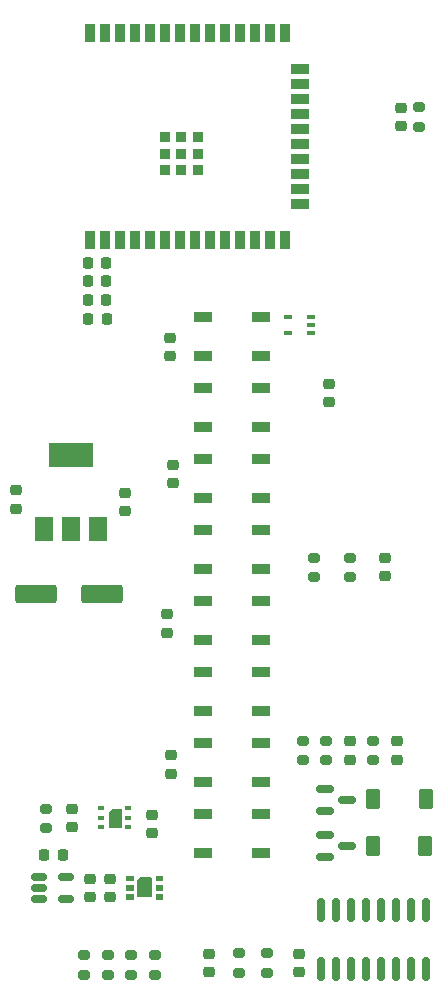
<source format=gbr>
%TF.GenerationSoftware,KiCad,Pcbnew,7.0.1*%
%TF.CreationDate,2023-06-20T23:21:36+02:00*%
%TF.ProjectId,airquality,61697271-7561-46c6-9974-792e6b696361,rev?*%
%TF.SameCoordinates,Original*%
%TF.FileFunction,Paste,Top*%
%TF.FilePolarity,Positive*%
%FSLAX46Y46*%
G04 Gerber Fmt 4.6, Leading zero omitted, Abs format (unit mm)*
G04 Created by KiCad (PCBNEW 7.0.1) date 2023-06-20 23:21:36*
%MOMM*%
%LPD*%
G01*
G04 APERTURE LIST*
G04 Aperture macros list*
%AMRoundRect*
0 Rectangle with rounded corners*
0 $1 Rounding radius*
0 $2 $3 $4 $5 $6 $7 $8 $9 X,Y pos of 4 corners*
0 Add a 4 corners polygon primitive as box body*
4,1,4,$2,$3,$4,$5,$6,$7,$8,$9,$2,$3,0*
0 Add four circle primitives for the rounded corners*
1,1,$1+$1,$2,$3*
1,1,$1+$1,$4,$5*
1,1,$1+$1,$6,$7*
1,1,$1+$1,$8,$9*
0 Add four rect primitives between the rounded corners*
20,1,$1+$1,$2,$3,$4,$5,0*
20,1,$1+$1,$4,$5,$6,$7,0*
20,1,$1+$1,$6,$7,$8,$9,0*
20,1,$1+$1,$8,$9,$2,$3,0*%
%AMOutline5P*
0 Free polygon, 5 corners , with rotation*
0 The origin of the aperture is its center*
0 number of corners: always 5*
0 $1 to $10 corner X, Y*
0 $11 Rotation angle, in degrees counterclockwise*
0 create outline with 5 corners*
4,1,5,$1,$2,$3,$4,$5,$6,$7,$8,$9,$10,$1,$2,$11*%
%AMOutline6P*
0 Free polygon, 6 corners , with rotation*
0 The origin of the aperture is its center*
0 number of corners: always 6*
0 $1 to $12 corner X, Y*
0 $13 Rotation angle, in degrees counterclockwise*
0 create outline with 6 corners*
4,1,6,$1,$2,$3,$4,$5,$6,$7,$8,$9,$10,$11,$12,$1,$2,$13*%
%AMOutline7P*
0 Free polygon, 7 corners , with rotation*
0 The origin of the aperture is its center*
0 number of corners: always 7*
0 $1 to $14 corner X, Y*
0 $15 Rotation angle, in degrees counterclockwise*
0 create outline with 7 corners*
4,1,7,$1,$2,$3,$4,$5,$6,$7,$8,$9,$10,$11,$12,$13,$14,$1,$2,$15*%
%AMOutline8P*
0 Free polygon, 8 corners , with rotation*
0 The origin of the aperture is its center*
0 number of corners: always 8*
0 $1 to $16 corner X, Y*
0 $17 Rotation angle, in degrees counterclockwise*
0 create outline with 8 corners*
4,1,8,$1,$2,$3,$4,$5,$6,$7,$8,$9,$10,$11,$12,$13,$14,$15,$16,$1,$2,$17*%
G04 Aperture macros list end*
%ADD10C,0.010000*%
%ADD11RoundRect,0.225000X0.250000X-0.225000X0.250000X0.225000X-0.250000X0.225000X-0.250000X-0.225000X0*%
%ADD12RoundRect,0.200000X0.275000X-0.200000X0.275000X0.200000X-0.275000X0.200000X-0.275000X-0.200000X0*%
%ADD13RoundRect,0.225000X0.225000X0.250000X-0.225000X0.250000X-0.225000X-0.250000X0.225000X-0.250000X0*%
%ADD14RoundRect,0.200000X-0.275000X0.200000X-0.275000X-0.200000X0.275000X-0.200000X0.275000X0.200000X0*%
%ADD15R,1.500000X0.900000*%
%ADD16RoundRect,0.225000X-0.250000X0.225000X-0.250000X-0.225000X0.250000X-0.225000X0.250000X0.225000X0*%
%ADD17R,0.650000X0.400000*%
%ADD18RoundRect,0.150000X-0.512500X-0.150000X0.512500X-0.150000X0.512500X0.150000X-0.512500X0.150000X0*%
%ADD19RoundRect,0.150000X-0.587500X-0.150000X0.587500X-0.150000X0.587500X0.150000X-0.587500X0.150000X0*%
%ADD20RoundRect,0.225000X-0.225000X-0.250000X0.225000X-0.250000X0.225000X0.250000X-0.225000X0.250000X0*%
%ADD21R,0.550000X0.400000*%
%ADD22RoundRect,0.250000X1.500000X0.550000X-1.500000X0.550000X-1.500000X-0.550000X1.500000X-0.550000X0*%
%ADD23RoundRect,0.010500X0.514500X0.789500X-0.514500X0.789500X-0.514500X-0.789500X0.514500X-0.789500X0*%
%ADD24RoundRect,0.150000X0.150000X-0.825000X0.150000X0.825000X-0.150000X0.825000X-0.150000X-0.825000X0*%
%ADD25R,1.500000X2.000000*%
%ADD26R,3.800000X2.000000*%
%ADD27R,0.900000X1.500000*%
%ADD28R,0.900000X0.900000*%
%ADD29Outline5P,-0.625000X0.537500X-0.312500X0.850000X0.625000X0.850000X0.625000X-0.850000X-0.625000X-0.850000X0.000000*%
G04 APERTURE END LIST*
%TO.C,U4*%
D10*
X10625000Y28550000D02*
X9575000Y28550000D01*
X9575000Y29750000D01*
X9875000Y30050000D01*
X10625000Y30050000D01*
X10625000Y28550000D01*
G36*
X10625000Y28550000D02*
G01*
X9575000Y28550000D01*
X9575000Y29750000D01*
X9875000Y30050000D01*
X10625000Y30050000D01*
X10625000Y28550000D01*
G37*
%TO.C,U5*%
X11625002Y23999998D02*
X11075002Y23999998D01*
X11075002Y24399998D01*
X11625002Y24399998D01*
X11625002Y23999998D01*
G36*
X11625002Y23999998D02*
G01*
X11075002Y23999998D01*
X11075002Y24399998D01*
X11625002Y24399998D01*
X11625002Y23999998D01*
G37*
X11625002Y23199998D02*
X11075002Y23199998D01*
X11075002Y23599998D01*
X11625002Y23599998D01*
X11625002Y23199998D01*
G36*
X11625002Y23199998D02*
G01*
X11075002Y23199998D01*
X11075002Y23599998D01*
X11625002Y23599998D01*
X11625002Y23199998D01*
G37*
X11625002Y22399998D02*
X11075002Y22399998D01*
X11075002Y22799998D01*
X11625002Y22799998D01*
X11625002Y22399998D01*
G36*
X11625002Y22399998D02*
G01*
X11075002Y22399998D01*
X11075002Y22799998D01*
X11625002Y22799998D01*
X11625002Y22399998D01*
G37*
X14125002Y23999998D02*
X13575002Y23999998D01*
X13575002Y24399998D01*
X14125002Y24399998D01*
X14125002Y23999998D01*
G36*
X14125002Y23999998D02*
G01*
X13575002Y23999998D01*
X13575002Y24399998D01*
X14125002Y24399998D01*
X14125002Y23999998D01*
G37*
X14125002Y23199998D02*
X13575002Y23199998D01*
X13575002Y23599998D01*
X14125002Y23599998D01*
X14125002Y23199998D01*
G36*
X14125002Y23199998D02*
G01*
X13575002Y23199998D01*
X13575002Y23599998D01*
X14125002Y23599998D01*
X14125002Y23199998D01*
G37*
X14125002Y22399998D02*
X13575002Y22399998D01*
X13575002Y22799998D01*
X14125002Y22799998D01*
X14125002Y22399998D01*
G36*
X14125002Y22399998D02*
G01*
X13575002Y22399998D01*
X13575002Y22799998D01*
X14125002Y22799998D01*
X14125002Y22399998D01*
G37*
X13124997Y22650003D02*
X12074997Y22650003D01*
X12074997Y23925003D01*
X12324997Y24175003D01*
X13124997Y24175003D01*
X13124997Y22650003D01*
G36*
X13124997Y22650003D02*
G01*
X12074997Y22650003D01*
X12074997Y23925003D01*
X12324997Y24175003D01*
X13124997Y24175003D01*
X13124997Y22650003D01*
G37*
%TD*%
D11*
%TO.C,C9*%
X34000000Y34225000D03*
X34000000Y35775000D03*
%TD*%
D12*
%TO.C,R10*%
X28000000Y34175000D03*
X28000000Y35825000D03*
%TD*%
D13*
%TO.C,C1*%
X9375000Y74700000D03*
X7825000Y74700000D03*
%TD*%
D14*
%TO.C,R9*%
X26000000Y35825000D03*
X26000000Y34175000D03*
%TD*%
D15*
%TO.C,D5*%
X17550000Y53650000D03*
X17550000Y50350000D03*
X22450000Y50350000D03*
X22450000Y53650000D03*
%TD*%
D11*
%TO.C,C10*%
X30000000Y34225000D03*
X30000000Y35775000D03*
%TD*%
D14*
%TO.C,R3*%
X9500000Y17650000D03*
X9500000Y16000000D03*
%TD*%
D15*
%TO.C,D8*%
X17550000Y35650000D03*
X17550000Y32350000D03*
X22450000Y32350000D03*
X22450000Y35650000D03*
%TD*%
D16*
%TO.C,C6*%
X9699997Y24100003D03*
X9699997Y22550003D03*
%TD*%
D17*
%TO.C,U7*%
X26700000Y70350000D03*
X26700000Y71000000D03*
X26700000Y71650000D03*
X24800000Y71650000D03*
X24800000Y70350000D03*
%TD*%
D15*
%TO.C,D6*%
X17550000Y47650000D03*
X17550000Y44350000D03*
X22450000Y44350000D03*
X22450000Y47650000D03*
%TD*%
D11*
%TO.C,C21*%
X14900000Y33025000D03*
X14900000Y34575000D03*
%TD*%
D16*
%TO.C,C22*%
X14500000Y46525000D03*
X14500000Y44975000D03*
%TD*%
%TO.C,C7*%
X34300000Y89400000D03*
X34300000Y87850000D03*
%TD*%
D15*
%TO.C,D7*%
X17550000Y41650000D03*
X17550000Y38350000D03*
X22450000Y38350000D03*
X22450000Y41650000D03*
%TD*%
D16*
%TO.C,C12*%
X33000000Y51275000D03*
X33000000Y49725000D03*
%TD*%
D12*
%TO.C,R1*%
X23000000Y16175000D03*
X23000000Y17825000D03*
%TD*%
D13*
%TO.C,C3*%
X9375000Y73100000D03*
X7825000Y73100000D03*
%TD*%
D16*
%TO.C,C18*%
X7999997Y24100003D03*
X7999997Y22550003D03*
%TD*%
D11*
%TO.C,C11*%
X28200000Y64500000D03*
X28200000Y66050000D03*
%TD*%
D16*
%TO.C,C20*%
X15000000Y59150000D03*
X15000000Y57600000D03*
%TD*%
D18*
%TO.C,U9*%
X3724997Y24300003D03*
X3724997Y23350003D03*
X3724997Y22400003D03*
X5999997Y22400003D03*
X5999997Y24300003D03*
%TD*%
D14*
%TO.C,R6*%
X7500000Y17650000D03*
X7500000Y16000000D03*
%TD*%
D19*
%TO.C,Q2*%
X27925000Y31750000D03*
X27925000Y29850000D03*
X29800000Y30800000D03*
%TD*%
D14*
%TO.C,R5*%
X35900000Y89450000D03*
X35900000Y87800000D03*
%TD*%
D12*
%TO.C,R8*%
X32000000Y34175000D03*
X32000000Y35825000D03*
%TD*%
D14*
%TO.C,R4*%
X13500000Y17650000D03*
X13500000Y16000000D03*
%TD*%
D20*
%TO.C,C15*%
X4124997Y26100003D03*
X5674997Y26100003D03*
%TD*%
D11*
%TO.C,C16*%
X11000000Y55225000D03*
X11000000Y56775000D03*
%TD*%
D15*
%TO.C,D3*%
X17550000Y65650000D03*
X17550000Y62350000D03*
X22450000Y62350000D03*
X22450000Y65650000D03*
%TD*%
D16*
%TO.C,C17*%
X1750000Y57025000D03*
X1750000Y55475000D03*
%TD*%
D21*
%TO.C,U4*%
X8950000Y30100000D03*
X8950000Y29300000D03*
X8950000Y28500000D03*
X11250000Y28500000D03*
X11250000Y29300000D03*
X11250000Y30100000D03*
%TD*%
D19*
%TO.C,Q1*%
X27925000Y27850000D03*
X27925000Y25950000D03*
X29800000Y26900000D03*
%TD*%
D11*
%TO.C,C14*%
X18100000Y16225000D03*
X18100000Y17775000D03*
%TD*%
D12*
%TO.C,R2*%
X20600000Y16175000D03*
X20600000Y17825000D03*
%TD*%
D15*
%TO.C,D2*%
X17550000Y71650000D03*
X17550000Y68350000D03*
X22450000Y68350000D03*
X22450000Y71650000D03*
%TD*%
D12*
%TO.C,R13*%
X4250000Y28425000D03*
X4250000Y30075000D03*
%TD*%
D22*
%TO.C,C13*%
X9050000Y48250000D03*
X3450000Y48250000D03*
%TD*%
D23*
%TO.C,RESET1*%
X36425000Y30900000D03*
X31975000Y30900000D03*
%TD*%
D13*
%TO.C,C2*%
X9355000Y76300000D03*
X7805000Y76300000D03*
%TD*%
D16*
%TO.C,C19*%
X14800000Y69950000D03*
X14800000Y68400000D03*
%TD*%
D24*
%TO.C,U2*%
X27555000Y16525000D03*
X28825000Y16525000D03*
X30095000Y16525000D03*
X31365000Y16525000D03*
X32635000Y16525000D03*
X33905000Y16525000D03*
X35175000Y16525000D03*
X36445000Y16525000D03*
X36445000Y21475000D03*
X35175000Y21475000D03*
X33905000Y21475000D03*
X32635000Y21475000D03*
X31365000Y21475000D03*
X30095000Y21475000D03*
X28825000Y21475000D03*
X27555000Y21475000D03*
%TD*%
D14*
%TO.C,R12*%
X30000000Y51325000D03*
X30000000Y49675000D03*
%TD*%
%TO.C,R7*%
X11500000Y17650000D03*
X11500000Y16000000D03*
%TD*%
D16*
%TO.C,C8*%
X6500000Y30025000D03*
X6500000Y28475000D03*
%TD*%
D15*
%TO.C,D4*%
X17550000Y59650000D03*
X17550000Y56350000D03*
X22450000Y56350000D03*
X22450000Y59650000D03*
%TD*%
D25*
%TO.C,U8*%
X4100000Y53700000D03*
X6400000Y53700000D03*
D26*
X6400000Y60000000D03*
D25*
X8700000Y53700000D03*
%TD*%
D12*
%TO.C,R11*%
X27000000Y49675000D03*
X27000000Y51325000D03*
%TD*%
D15*
%TO.C,D9*%
X17550000Y29650000D03*
X17550000Y26350000D03*
X22450000Y26350000D03*
X22450000Y29650000D03*
%TD*%
D27*
%TO.C,U1*%
X7995000Y78250000D03*
X9265000Y78250000D03*
X10535000Y78250000D03*
X11805000Y78250000D03*
X13075000Y78250000D03*
X14345000Y78250000D03*
X15615000Y78250000D03*
X16885000Y78250000D03*
X18155000Y78250000D03*
X19425000Y78250000D03*
X20695000Y78250000D03*
X21965000Y78250000D03*
X23235000Y78250000D03*
X24505000Y78250000D03*
D15*
X25755000Y81290000D03*
X25755000Y82560000D03*
X25755000Y83830000D03*
X25755000Y85100000D03*
X25755000Y86370000D03*
X25755000Y87640000D03*
X25755000Y88910000D03*
X25755000Y90180000D03*
X25755000Y91450000D03*
X25755000Y92720000D03*
D27*
X24505000Y95750000D03*
X23235000Y95750000D03*
X21965000Y95750000D03*
X20695000Y95750000D03*
X19425000Y95750000D03*
X18155000Y95750000D03*
X16885000Y95750000D03*
X15615000Y95750000D03*
X14345000Y95750000D03*
X13075000Y95750000D03*
X11805000Y95750000D03*
X10535000Y95750000D03*
X9265000Y95750000D03*
X7995000Y95750000D03*
D28*
X14315000Y84100000D03*
X15715000Y84100000D03*
X17115000Y84100000D03*
X14315000Y85500000D03*
X15715000Y85500000D03*
X17115000Y85500000D03*
X14315000Y86900000D03*
X15715000Y86900000D03*
X17115000Y86900000D03*
%TD*%
D16*
%TO.C,C23*%
X13250000Y29525000D03*
X13250000Y27975000D03*
%TD*%
%TO.C,C5*%
X25700000Y17775000D03*
X25700000Y16225000D03*
%TD*%
D13*
%TO.C,C4*%
X9400000Y71500000D03*
X7850000Y71500000D03*
%TD*%
D29*
%TO.C,U5*%
X12599997Y23400003D03*
%TD*%
D23*
%TO.C,BOOT1*%
X36400000Y26900000D03*
X31950000Y26900000D03*
%TD*%
M02*

</source>
